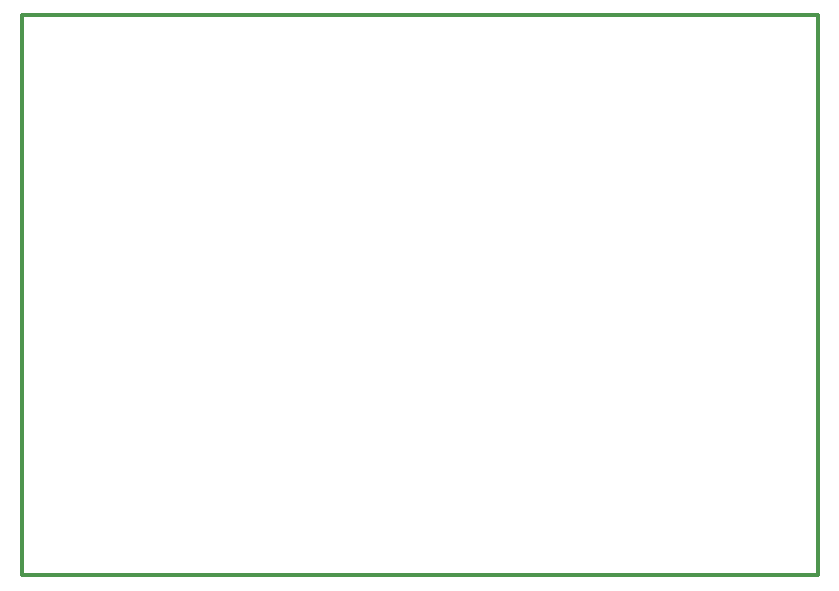
<source format=gko>
%FSLAX25Y25*%
%MOIN*%
G70*
G01*
G75*
G04 Layer_Color=16711935*
%ADD10C,0.01000*%
%ADD11C,0.05906*%
%ADD12R,0.05906X0.05906*%
%ADD13C,0.05512*%
%ADD14R,0.05906X0.05906*%
%ADD15R,0.07874X0.07874*%
%ADD16C,0.07874*%
%ADD17C,0.04724*%
%ADD18C,0.07284*%
%ADD19R,0.07284X0.07284*%
%ADD20C,0.04921*%
%ADD21R,0.04921X0.04921*%
%ADD22R,0.04921X0.04921*%
%ADD23O,0.07874X0.17716*%
%ADD24O,0.07874X0.15748*%
%ADD25O,0.15748X0.07874*%
%ADD26O,0.05906X0.17716*%
%ADD27O,0.15748X0.05906*%
%ADD28O,0.05906X0.15748*%
%ADD29C,0.03937*%
%ADD30C,0.02362*%
%ADD31C,0.00984*%
%ADD32C,0.00787*%
%ADD33C,0.00591*%
%ADD34R,0.11024X0.03150*%
%ADD35C,0.01181*%
D35*
X205118Y305118D02*
Y491732D01*
X470472D01*
Y305118D02*
Y491732D01*
X205118Y305118D02*
X470472D01*
M02*

</source>
